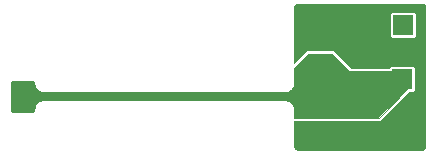
<source format=gbr>
G04 #@! TF.GenerationSoftware,KiCad,Pcbnew,(5.0.1)-3*
G04 #@! TF.CreationDate,2019-06-04T09:49:05+08:00*
G04 #@! TF.ProjectId,test-jig-light-sensor,746573742D6A69672D6C696768742D73,rev?*
G04 #@! TF.SameCoordinates,Original*
G04 #@! TF.FileFunction,Copper,L2,Bot,Signal*
G04 #@! TF.FilePolarity,Positive*
%FSLAX46Y46*%
G04 Gerber Fmt 4.6, Leading zero omitted, Abs format (unit mm)*
G04 Created by KiCad (PCBNEW (5.0.1)-3) date 06/04/19 09:49:05*
%MOMM*%
%LPD*%
G01*
G04 APERTURE LIST*
G04 #@! TA.AperFunction,ComponentPad*
%ADD10R,1.700000X1.700000*%
G04 #@! TD*
G04 #@! TA.AperFunction,ViaPad*
%ADD11C,0.350000*%
G04 #@! TD*
G04 #@! TA.AperFunction,Conductor*
%ADD12C,0.100000*%
G04 #@! TD*
G04 APERTURE END LIST*
D10*
G04 #@! TO.P,J1,1*
G04 #@! TO.N,Net-(J1-Pad1)*
X138000000Y-96600000D03*
G04 #@! TD*
G04 #@! TO.P,J3,1*
G04 #@! TO.N,GND*
X138000000Y-105600000D03*
G04 #@! TD*
G04 #@! TO.P,J2,1*
G04 #@! TO.N,+3V3*
X137950000Y-101200000D03*
G04 #@! TD*
D11*
G04 #@! TO.N,GND*
X130000000Y-96000000D03*
X135500000Y-98500000D03*
X137000000Y-99500000D03*
X135500000Y-99500000D03*
X130000000Y-106500000D03*
X132000000Y-106500000D03*
X134500000Y-106500000D03*
X138500000Y-99500000D03*
X137000000Y-98500000D03*
X138500000Y-98500000D03*
X139250000Y-103750000D03*
X138250000Y-103750000D03*
X136000000Y-106250000D03*
G04 #@! TO.N,+3V3*
X130600000Y-99600000D03*
X131200000Y-100200000D03*
X130600000Y-100600000D03*
X131000000Y-101400000D03*
X133500000Y-101000000D03*
X136500000Y-103000000D03*
X134750000Y-104250000D03*
X131250000Y-102250000D03*
X106400000Y-103600000D03*
X106400000Y-103000000D03*
G04 #@! TD*
D12*
G04 #@! TO.N,+3V3*
G36*
X133464645Y-100535355D02*
X133480866Y-100546194D01*
X133500000Y-100550000D01*
X138450000Y-100550000D01*
X138450000Y-101979290D01*
X135979290Y-104450000D01*
X128825000Y-104450000D01*
X128825000Y-103767991D01*
X128806143Y-103673191D01*
X128780695Y-103545254D01*
X128780695Y-103545252D01*
X128732167Y-103428096D01*
X128623780Y-103265885D01*
X128564002Y-103206108D01*
X128534114Y-103176220D01*
X128371904Y-103067833D01*
X128254748Y-103019305D01*
X128254746Y-103019305D01*
X128105119Y-102989542D01*
X128032009Y-102975000D01*
X107567991Y-102975000D01*
X107473191Y-102993857D01*
X107345254Y-103019305D01*
X107345252Y-103019305D01*
X107228096Y-103067833D01*
X107065885Y-103176220D01*
X107006108Y-103235998D01*
X106976220Y-103265886D01*
X106867833Y-103428096D01*
X106819305Y-103545252D01*
X106819305Y-103545254D01*
X106781245Y-103736595D01*
X106781245Y-103736596D01*
X106755797Y-103864532D01*
X106719241Y-103919241D01*
X106664531Y-103955798D01*
X106567992Y-103975000D01*
X105032008Y-103975000D01*
X104935468Y-103955797D01*
X104880759Y-103919241D01*
X104844202Y-103864531D01*
X104825000Y-103767991D01*
X104825000Y-101532008D01*
X104844202Y-101435469D01*
X104880759Y-101380759D01*
X104935468Y-101344203D01*
X105032008Y-101325000D01*
X106567992Y-101325000D01*
X106664531Y-101344202D01*
X106719241Y-101380759D01*
X106755797Y-101435468D01*
X106781245Y-101563403D01*
X106781245Y-101563404D01*
X106819305Y-101754746D01*
X106819305Y-101754748D01*
X106867833Y-101871904D01*
X106976220Y-102034114D01*
X107005510Y-102063404D01*
X107065885Y-102123780D01*
X107228096Y-102232167D01*
X107345252Y-102280695D01*
X107345254Y-102280695D01*
X107473191Y-102306143D01*
X107567991Y-102325000D01*
X128032009Y-102325000D01*
X128126809Y-102306143D01*
X128254746Y-102280695D01*
X128254748Y-102280695D01*
X128371904Y-102232167D01*
X128534114Y-102123780D01*
X128564002Y-102093892D01*
X128623780Y-102034115D01*
X128732167Y-101871904D01*
X128780695Y-101754748D01*
X128780695Y-101754746D01*
X128814792Y-101583326D01*
X128825000Y-101532009D01*
X128825000Y-100245710D01*
X130020710Y-99050000D01*
X131979290Y-99050000D01*
X133464645Y-100535355D01*
X133464645Y-100535355D01*
G37*
X133464645Y-100535355D02*
X133480866Y-100546194D01*
X133500000Y-100550000D01*
X138450000Y-100550000D01*
X138450000Y-101979290D01*
X135979290Y-104450000D01*
X128825000Y-104450000D01*
X128825000Y-103767991D01*
X128806143Y-103673191D01*
X128780695Y-103545254D01*
X128780695Y-103545252D01*
X128732167Y-103428096D01*
X128623780Y-103265885D01*
X128564002Y-103206108D01*
X128534114Y-103176220D01*
X128371904Y-103067833D01*
X128254748Y-103019305D01*
X128254746Y-103019305D01*
X128105119Y-102989542D01*
X128032009Y-102975000D01*
X107567991Y-102975000D01*
X107473191Y-102993857D01*
X107345254Y-103019305D01*
X107345252Y-103019305D01*
X107228096Y-103067833D01*
X107065885Y-103176220D01*
X107006108Y-103235998D01*
X106976220Y-103265886D01*
X106867833Y-103428096D01*
X106819305Y-103545252D01*
X106819305Y-103545254D01*
X106781245Y-103736595D01*
X106781245Y-103736596D01*
X106755797Y-103864532D01*
X106719241Y-103919241D01*
X106664531Y-103955798D01*
X106567992Y-103975000D01*
X105032008Y-103975000D01*
X104935468Y-103955797D01*
X104880759Y-103919241D01*
X104844202Y-103864531D01*
X104825000Y-103767991D01*
X104825000Y-101532008D01*
X104844202Y-101435469D01*
X104880759Y-101380759D01*
X104935468Y-101344203D01*
X105032008Y-101325000D01*
X106567992Y-101325000D01*
X106664531Y-101344202D01*
X106719241Y-101380759D01*
X106755797Y-101435468D01*
X106781245Y-101563403D01*
X106781245Y-101563404D01*
X106819305Y-101754746D01*
X106819305Y-101754748D01*
X106867833Y-101871904D01*
X106976220Y-102034114D01*
X107005510Y-102063404D01*
X107065885Y-102123780D01*
X107228096Y-102232167D01*
X107345252Y-102280695D01*
X107345254Y-102280695D01*
X107473191Y-102306143D01*
X107567991Y-102325000D01*
X128032009Y-102325000D01*
X128126809Y-102306143D01*
X128254746Y-102280695D01*
X128254748Y-102280695D01*
X128371904Y-102232167D01*
X128534114Y-102123780D01*
X128564002Y-102093892D01*
X128623780Y-102034115D01*
X128732167Y-101871904D01*
X128780695Y-101754748D01*
X128780695Y-101754746D01*
X128814792Y-101583326D01*
X128825000Y-101532009D01*
X128825000Y-100245710D01*
X130020710Y-99050000D01*
X131979290Y-99050000D01*
X133464645Y-100535355D01*
G04 #@! TO.N,GND*
G36*
X139764531Y-94844202D02*
X139819241Y-94880759D01*
X139855797Y-94935468D01*
X139875001Y-95032013D01*
X139875000Y-106967992D01*
X139855797Y-107064532D01*
X139819241Y-107119241D01*
X139764531Y-107155798D01*
X139667992Y-107175000D01*
X129032008Y-107175000D01*
X128935468Y-107155797D01*
X128880759Y-107119241D01*
X128844202Y-107064531D01*
X128825000Y-106967992D01*
X128825000Y-104750000D01*
X136000000Y-104750000D01*
X136095671Y-104730970D01*
X136176777Y-104676777D01*
X138548657Y-102304897D01*
X138800000Y-102304897D01*
X138897545Y-102285494D01*
X138980239Y-102230239D01*
X139035494Y-102147545D01*
X139054897Y-102050000D01*
X139054897Y-100350000D01*
X139035494Y-100252455D01*
X138980239Y-100169761D01*
X138897545Y-100114506D01*
X138800000Y-100095103D01*
X137100000Y-100095103D01*
X137002455Y-100114506D01*
X136919761Y-100169761D01*
X136866146Y-100250000D01*
X133603554Y-100250000D01*
X132176777Y-98823223D01*
X132095671Y-98769030D01*
X132000000Y-98750000D01*
X130000000Y-98750000D01*
X129904329Y-98769030D01*
X129823223Y-98823223D01*
X128825000Y-99821446D01*
X128825000Y-95750000D01*
X136895103Y-95750000D01*
X136895103Y-97450000D01*
X136914506Y-97547545D01*
X136969761Y-97630239D01*
X137052455Y-97685494D01*
X137150000Y-97704897D01*
X138850000Y-97704897D01*
X138947545Y-97685494D01*
X139030239Y-97630239D01*
X139085494Y-97547545D01*
X139104897Y-97450000D01*
X139104897Y-95750000D01*
X139085494Y-95652455D01*
X139030239Y-95569761D01*
X138947545Y-95514506D01*
X138850000Y-95495103D01*
X137150000Y-95495103D01*
X137052455Y-95514506D01*
X136969761Y-95569761D01*
X136914506Y-95652455D01*
X136895103Y-95750000D01*
X128825000Y-95750000D01*
X128825000Y-95032008D01*
X128844202Y-94935469D01*
X128880759Y-94880759D01*
X128935468Y-94844203D01*
X129032008Y-94825000D01*
X139667992Y-94825000D01*
X139764531Y-94844202D01*
X139764531Y-94844202D01*
G37*
X139764531Y-94844202D02*
X139819241Y-94880759D01*
X139855797Y-94935468D01*
X139875001Y-95032013D01*
X139875000Y-106967992D01*
X139855797Y-107064532D01*
X139819241Y-107119241D01*
X139764531Y-107155798D01*
X139667992Y-107175000D01*
X129032008Y-107175000D01*
X128935468Y-107155797D01*
X128880759Y-107119241D01*
X128844202Y-107064531D01*
X128825000Y-106967992D01*
X128825000Y-104750000D01*
X136000000Y-104750000D01*
X136095671Y-104730970D01*
X136176777Y-104676777D01*
X138548657Y-102304897D01*
X138800000Y-102304897D01*
X138897545Y-102285494D01*
X138980239Y-102230239D01*
X139035494Y-102147545D01*
X139054897Y-102050000D01*
X139054897Y-100350000D01*
X139035494Y-100252455D01*
X138980239Y-100169761D01*
X138897545Y-100114506D01*
X138800000Y-100095103D01*
X137100000Y-100095103D01*
X137002455Y-100114506D01*
X136919761Y-100169761D01*
X136866146Y-100250000D01*
X133603554Y-100250000D01*
X132176777Y-98823223D01*
X132095671Y-98769030D01*
X132000000Y-98750000D01*
X130000000Y-98750000D01*
X129904329Y-98769030D01*
X129823223Y-98823223D01*
X128825000Y-99821446D01*
X128825000Y-95750000D01*
X136895103Y-95750000D01*
X136895103Y-97450000D01*
X136914506Y-97547545D01*
X136969761Y-97630239D01*
X137052455Y-97685494D01*
X137150000Y-97704897D01*
X138850000Y-97704897D01*
X138947545Y-97685494D01*
X139030239Y-97630239D01*
X139085494Y-97547545D01*
X139104897Y-97450000D01*
X139104897Y-95750000D01*
X139085494Y-95652455D01*
X139030239Y-95569761D01*
X138947545Y-95514506D01*
X138850000Y-95495103D01*
X137150000Y-95495103D01*
X137052455Y-95514506D01*
X136969761Y-95569761D01*
X136914506Y-95652455D01*
X136895103Y-95750000D01*
X128825000Y-95750000D01*
X128825000Y-95032008D01*
X128844202Y-94935469D01*
X128880759Y-94880759D01*
X128935468Y-94844203D01*
X129032008Y-94825000D01*
X139667992Y-94825000D01*
X139764531Y-94844202D01*
G04 #@! TD*
M02*

</source>
